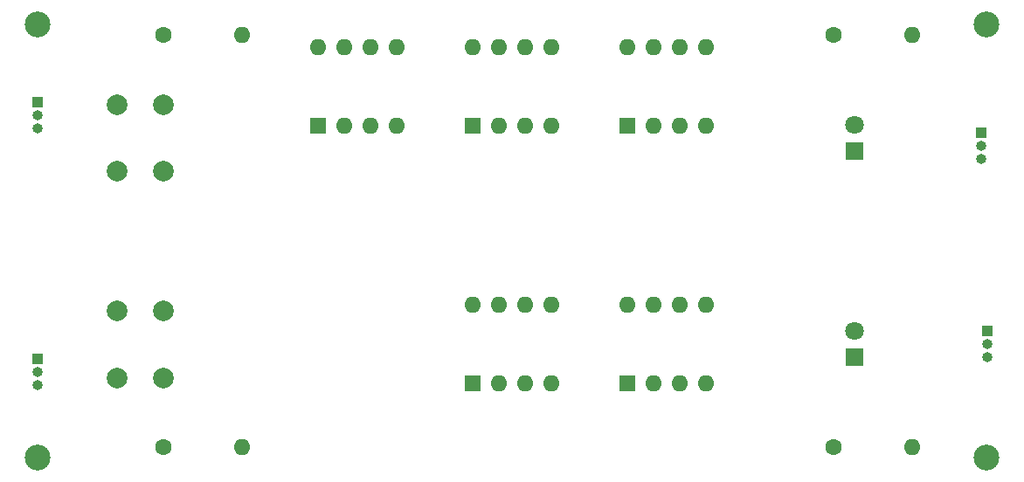
<source format=gbr>
%TF.GenerationSoftware,KiCad,Pcbnew,7.0.7*%
%TF.CreationDate,2023-11-02T13:25:28-04:00*%
%TF.ProjectId,TEJ4M-Unit-4-08,54454a34-4d2d-4556-9e69-742d342d3038,rev?*%
%TF.SameCoordinates,Original*%
%TF.FileFunction,Soldermask,Bot*%
%TF.FilePolarity,Negative*%
%FSLAX46Y46*%
G04 Gerber Fmt 4.6, Leading zero omitted, Abs format (unit mm)*
G04 Created by KiCad (PCBNEW 7.0.7) date 2023-11-02 13:25:28*
%MOMM*%
%LPD*%
G01*
G04 APERTURE LIST*
%ADD10R,1.000000X1.000000*%
%ADD11O,1.000000X1.000000*%
%ADD12R,1.600000X1.600000*%
%ADD13O,1.600000X1.600000*%
%ADD14C,2.000000*%
%ADD15C,2.500000*%
%ADD16C,1.600000*%
%ADD17R,1.800000X1.800000*%
%ADD18C,1.800000*%
G04 APERTURE END LIST*
D10*
%TO.C,J4*%
X195500000Y-64500000D03*
D11*
X195500000Y-65770000D03*
X195500000Y-67040000D03*
%TD*%
D10*
%TO.C,J3*%
X196025000Y-83725000D03*
D11*
X196025000Y-84995000D03*
X196025000Y-86265000D03*
%TD*%
D10*
%TO.C,J2*%
X104000000Y-61500000D03*
D11*
X104000000Y-62770000D03*
X104000000Y-64040000D03*
%TD*%
D10*
%TO.C,J1*%
X104000000Y-86460000D03*
D11*
X104000000Y-87730000D03*
X104000000Y-89000000D03*
%TD*%
D12*
%TO.C,U7*%
X161200000Y-63800000D03*
D13*
X163740000Y-63800000D03*
X166280000Y-63800000D03*
X168820000Y-63800000D03*
X168820000Y-56180000D03*
X166280000Y-56180000D03*
X163740000Y-56180000D03*
X161200000Y-56180000D03*
%TD*%
D12*
%TO.C,U6*%
X161200000Y-88800000D03*
D13*
X163740000Y-88800000D03*
X166280000Y-88800000D03*
X168820000Y-88800000D03*
X168820000Y-81180000D03*
X166280000Y-81180000D03*
X163740000Y-81180000D03*
X161200000Y-81180000D03*
%TD*%
D12*
%TO.C,U5*%
X146200000Y-63800000D03*
D13*
X148740000Y-63800000D03*
X151280000Y-63800000D03*
X153820000Y-63800000D03*
X153820000Y-56180000D03*
X151280000Y-56180000D03*
X148740000Y-56180000D03*
X146200000Y-56180000D03*
%TD*%
D12*
%TO.C,U4*%
X146200000Y-88800000D03*
D13*
X148740000Y-88800000D03*
X151280000Y-88800000D03*
X153820000Y-88800000D03*
X153820000Y-81180000D03*
X151280000Y-81180000D03*
X148740000Y-81180000D03*
X146200000Y-81180000D03*
%TD*%
D12*
%TO.C,U3*%
X131200000Y-63800000D03*
D13*
X133740000Y-63800000D03*
X136280000Y-63800000D03*
X138820000Y-63800000D03*
X138820000Y-56180000D03*
X136280000Y-56180000D03*
X133740000Y-56180000D03*
X131200000Y-56180000D03*
%TD*%
D14*
%TO.C,U2*%
X111750000Y-81750000D03*
X111750000Y-88250000D03*
X116250000Y-81750000D03*
X116250000Y-88250000D03*
%TD*%
%TO.C,U1*%
X111750000Y-61750000D03*
X111750000Y-68250000D03*
X116250000Y-61750000D03*
X116250000Y-68250000D03*
%TD*%
D15*
%TO.C,H4*%
X196000000Y-96000000D03*
%TD*%
%TO.C,H3*%
X104000000Y-96000000D03*
%TD*%
%TO.C,H2*%
X196000000Y-54000000D03*
%TD*%
%TO.C,H1*%
X104000000Y-54000000D03*
%TD*%
D13*
%TO.C,R4*%
X188810000Y-95000000D03*
D16*
X181190000Y-95000000D03*
%TD*%
%TO.C,R3*%
X181190000Y-55000000D03*
D13*
X188810000Y-55000000D03*
%TD*%
D16*
%TO.C,R2*%
X116190000Y-95000000D03*
D13*
X123810000Y-95000000D03*
%TD*%
D16*
%TO.C,R1*%
X116190000Y-55000000D03*
D13*
X123810000Y-55000000D03*
%TD*%
D17*
%TO.C,D4*%
X183175000Y-86250000D03*
D18*
X183175000Y-83710000D03*
%TD*%
D17*
%TO.C,D3*%
X183175000Y-66250000D03*
D18*
X183175000Y-63710000D03*
%TD*%
M02*

</source>
